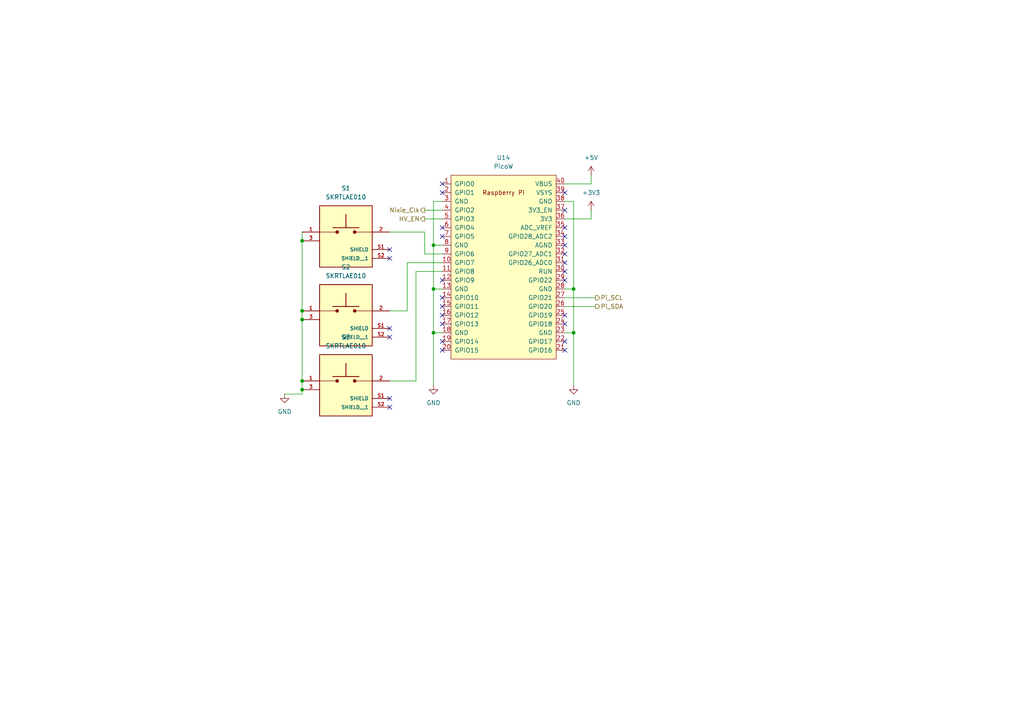
<source format=kicad_sch>
(kicad_sch (version 20250114) (generator "eeschema") (generator_version "9.0")
  (paper "A4")
  (lib_symbols
    (symbol "RPi_Pico:PicoW" (pin_names (offset 1.016))
      (property "Reference" "U14" (at 0 31.75 0))
      (property "Value" "PicoW" (at 0 29.21 0))
      (symbol "PicoW_0_0"
        (text "Raspberry Pi" (at 0 21.59 0) (effects (font (size 1.27 1.27))))
      )
      (symbol "PicoW_0_1"
        (rectangle (start -15.24 26.67) (end 15.24 -26.67) (fill (type background)))
      )
      (symbol "PicoW_1_1"
        (pin bidirectional line (at -17.78 24.13 0) (length 2.54) (name "GPIO0") (number "1"))
        (pin bidirectional line (at -17.78 21.59 0) (length 2.54) (name "GPIO1") (number "2"))
        (pin power_in line (at -17.78 19.05 0) (length 2.54) (name "GND") (number "3"))
        (pin bidirectional line (at -17.78 16.51 0) (length 2.54) (name "GPIO2") (number "4"))
        (pin bidirectional line (at -17.78 13.97 0) (length 2.54) (name "GPIO3") (number "5"))
        (pin bidirectional line (at -17.78 11.43 0) (length 2.54) (name "GPIO4") (number "6"))
        (pin bidirectional line (at -17.78 8.89 0) (length 2.54) (name "GPIO5") (number "7"))
        (pin power_in line (at -17.78 6.35 0) (length 2.54) (name "GND") (number "8"))
        (pin bidirectional line (at -17.78 3.81 0) (length 2.54) (name "GPIO6") (number "9"))
        (pin bidirectional line (at -17.78 1.27 0) (length 2.54) (name "GPIO7") (number "10"))
        (pin bidirectional line (at -17.78 -1.27 0) (length 2.54) (name "GPIO8") (number "11"))
        (pin bidirectional line (at -17.78 -3.81 0) (length 2.54) (name "GPIO9") (number "12"))
        (pin power_in line (at -17.78 -6.35 0) (length 2.54) (name "GND") (number "13"))
        (pin bidirectional line (at -17.78 -8.89 0) (length 2.54) (name "GPIO10") (number "14"))
        (pin bidirectional line (at -17.78 -11.43 0) (length 2.54) (name "GPIO11") (number "15"))
        (pin bidirectional line (at -17.78 -13.97 0) (length 2.54) (name "GPIO12") (number "16"))
        (pin bidirectional line (at -17.78 -16.51 0) (length 2.54) (name "GPIO13") (number "17"))
        (pin power_in line (at -17.78 -19.05 0) (length 2.54) (name "GND") (number "18"))
        (pin bidirectional line (at -17.78 -21.59 0) (length 2.54) (name "GPIO14") (number "19"))
        (pin bidirectional line (at -17.78 -24.13 0) (length 2.54) (name "GPIO15") (number "20"))
        (pin power_out line (at 17.78 24.13 180) (length 2.54) (name "VBUS") (number "40"))
        (pin unspecified line (at 17.78 21.59 180) (length 2.54) (name "VSYS") (number "39"))
        (pin power_out line (at 17.78 19.05 180) (length 2.54) (name "GND") (number "38"))
        (pin input line (at 17.78 16.51 180) (length 2.54) (name "3V3_EN") (number "37"))
        (pin unspecified line (at 17.78 13.97 180) (length 2.54) (name "3V3") (number "36"))
        (pin unspecified line (at 17.78 11.43 180) (length 2.54) (name "ADC_VREF") (number "35"))
        (pin bidirectional line (at 17.78 8.89 180) (length 2.54) (name "GPIO28_ADC2") (number "34"))
        (pin power_in line (at 17.78 6.35 180) (length 2.54) (name "AGND") (number "33"))
        (pin bidirectional line (at 17.78 3.81 180) (length 2.54) (name "GPIO27_ADC1") (number "32"))
        (pin bidirectional line (at 17.78 1.27 180) (length 2.54) (name "GPIO26_ADC0") (number "31"))
        (pin input line (at 17.78 -1.27 180) (length 2.54) (name "RUN") (number "30"))
        (pin bidirectional line (at 17.78 -3.81 180) (length 2.54) (name "GPIO22") (number "29"))
        (pin power_in line (at 17.78 -6.35 180) (length 2.54) (name "GND") (number "28"))
        (pin bidirectional line (at 17.78 -8.89 180) (length 2.54) (name "GPIO21") (number "27"))
        (pin bidirectional line (at 17.78 -11.43 180) (length 2.54) (name "GPIO20") (number "26"))
        (pin bidirectional line (at 17.78 -13.97 180) (length 2.54) (name "GPIO19") (number "25"))
        (pin bidirectional line (at 17.78 -16.51 180) (length 2.54) (name "GPIO18") (number "24"))
        (pin power_in line (at 17.78 -19.05 180) (length 2.54) (name "GND") (number "23"))
        (pin bidirectional line (at 17.78 -21.59 180) (length 2.54) (name "GPIO17") (number "22"))
        (pin bidirectional line (at 17.78 -24.13 180) (length 2.54) (name "GPIO16") (number "21"))
      )
    )
    (symbol "SKRTLAE010:SKRTLAE010" (pin_names (offset 1.016))
      (property "Reference" "S" (at -7.62 8.89 0))
      (property "Value" "SKRTLAE010" (at -7.62 -12.7 0))
      (symbol "SKRTLAE010_0_0"
        (polyline (pts (xy -7.62 0) (xy -2.54 0)) (stroke (width 0.1524)))
        (rectangle (start -7.62 -10.16) (end 7.62 7.62) (stroke (width 0.254)) (fill (type background)))
        (polyline (pts (xy -3.81 1.27) (xy 0 1.27)) (stroke (width 0.254)))
        (circle (center -2.54 0) (radius 0.254) (stroke (width 0.508)))
        (polyline (pts (xy 0 1.27) (xy 0 5.08)) (stroke (width 0.254)))
        (polyline (pts (xy 0 1.27) (xy 3.81 1.27)) (stroke (width 0.254)))
        (polyline (pts (xy 2.54 0) (xy 7.62 0)) (stroke (width 0.1524)))
        (circle (center 2.54 0) (radius 0.254) (stroke (width 0.508)))
        (pin passive line (at -12.7 0 0) (length 5.08) (name "~") (number "1"))
        (pin passive line (at -12.7 -2.54 0) (length 5.08) (name "~") (number "3"))
        (pin passive line (at 12.7 0 180) (length 5.08) (name "~") (number "2"))
        (pin passive line (at 12.7 -5.08 180) (length 5.08) (name "SHIELD") (number "S1"))
        (pin passive line (at 12.7 -7.62 180) (length 5.08) (name "SHIELD__1") (number "S2"))
      )
    )
    (symbol "power:+5V" (power) (pin_numbers (hide yes)) (pin_names (offset 0) (hide yes))
      (property "Value" "+5V" (at 0 3.556 0))
      (symbol "+5V_0_1"
        (polyline (pts (xy -0.762 1.27) (xy 0 2.54)))
        (polyline (pts (xy 0 2.54) (xy 0.762 1.27)))
        (polyline (pts (xy 0 0) (xy 0 2.54)))
      )
      (symbol "+5V_1_1"
        (pin power_in line (at 0 0 90) (length 0) (name "~") (number "1"))
      )
    )
    (symbol "power:GND" (power) (pin_numbers (hide yes)) (pin_names (offset 0) (hide yes))
      (property "Value" "GND" (at 0 -3.81 0))
      (symbol "GND_0_1"
        (polyline (pts (xy 0 0) (xy 0 -1.27) (xy 1.27 -1.27) (xy 0 -2.54) (xy -1.27 -1.27) (xy 0 -1.27)))
      )
      (symbol "GND_1_1"
        (pin power_in line (at 0 0 270) (length 0) (name "~") (number "1"))
      )
    )
  )
  (junction (at 87.63 90.17))
  (junction (at 87.63 92.71))
  (junction (at 166.37 96.52))
  (junction (at 87.63 113.03))
  (junction (at 87.63 69.85))
  (junction (at 125.73 83.82))
  (junction (at 87.63 110.49))
  (junction (at 125.73 96.52))
  (junction (at 125.73 71.12))
  (junction (at 166.37 83.82))
  (no_connect (at 113.03 74.93))
  (no_connect (at 163.83 81.28))
  (no_connect (at 163.83 78.74))
  (no_connect (at 128.27 53.34))
  (no_connect (at 163.83 93.98))
  (no_connect (at 128.27 86.36))
  (no_connect (at 128.27 55.88))
  (no_connect (at 163.83 91.44))
  (no_connect (at 128.27 93.98))
  (no_connect (at 163.83 73.66))
  (no_connect (at 163.83 55.88))
  (no_connect (at 113.03 118.11))
  (no_connect (at 128.27 91.44))
  (no_connect (at 128.27 101.6))
  (no_connect (at 163.83 68.58))
  (no_connect (at 163.83 76.2))
  (no_connect (at 163.83 99.06))
  (no_connect (at 163.83 101.6))
  (no_connect (at 128.27 68.58))
  (no_connect (at 113.03 115.57))
  (no_connect (at 163.83 71.12))
  (no_connect (at 113.03 97.79))
  (no_connect (at 128.27 99.06))
  (no_connect (at 128.27 88.9))
  (no_connect (at 128.27 66.04))
  (no_connect (at 113.03 72.39))
  (no_connect (at 128.27 81.28))
  (no_connect (at 163.83 60.96))
  (no_connect (at 113.03 95.25))
  (no_connect (at 163.83 66.04))
  (wire (pts (xy 163.83 88.9) (xy 172.72 88.9)))
  (wire (pts (xy 123.19 73.66) (xy 123.19 67.31)))
  (wire (pts (xy 171.45 63.5) (xy 171.45 60.96)))
  (wire (pts (xy 166.37 83.82) (xy 166.37 96.52)))
  (wire (pts (xy 125.73 83.82) (xy 125.73 96.52)))
  (wire (pts (xy 163.83 96.52) (xy 166.37 96.52)))
  (wire (pts (xy 87.63 90.17) (xy 87.63 92.71)))
  (wire (pts (xy 125.73 58.42) (xy 125.73 71.12)))
  (wire (pts (xy 120.65 110.49) (xy 113.03 110.49)))
  (wire (pts (xy 123.19 60.96) (xy 128.27 60.96)))
  (wire (pts (xy 128.27 76.2) (xy 118.11 76.2)))
  (wire (pts (xy 128.27 73.66) (xy 123.19 73.66)))
  (wire (pts (xy 125.73 96.52) (xy 128.27 96.52)))
  (wire (pts (xy 87.63 69.85) (xy 87.63 90.17)))
  (wire (pts (xy 123.19 63.5) (xy 128.27 63.5)))
  (wire (pts (xy 171.45 50.8) (xy 171.45 53.34)))
  (wire (pts (xy 87.63 92.71) (xy 87.63 110.49)))
  (wire (pts (xy 166.37 58.42) (xy 166.37 83.82)))
  (wire (pts (xy 125.73 83.82) (xy 128.27 83.82)))
  (wire (pts (xy 128.27 58.42) (xy 125.73 58.42)))
  (wire (pts (xy 125.73 71.12) (xy 128.27 71.12)))
  (wire (pts (xy 118.11 76.2) (xy 118.11 90.17)))
  (wire (pts (xy 163.83 58.42) (xy 166.37 58.42)))
  (wire (pts (xy 166.37 96.52) (xy 166.37 111.76)))
  (wire (pts (xy 123.19 67.31) (xy 113.03 67.31)))
  (wire (pts (xy 171.45 53.34) (xy 163.83 53.34)))
  (wire (pts (xy 120.65 78.74) (xy 120.65 110.49)))
  (wire (pts (xy 87.63 110.49) (xy 87.63 113.03)))
  (wire (pts (xy 87.63 114.3) (xy 87.63 113.03)))
  (wire (pts (xy 163.83 86.36) (xy 172.72 86.36)))
  (wire (pts (xy 128.27 78.74) (xy 120.65 78.74)))
  (wire (pts (xy 82.55 114.3) (xy 87.63 114.3)))
  (wire (pts (xy 125.73 71.12) (xy 125.73 83.82)))
  (wire (pts (xy 163.83 63.5) (xy 171.45 63.5)))
  (wire (pts (xy 87.63 67.31) (xy 87.63 69.85)))
  (wire (pts (xy 125.73 96.52) (xy 125.73 111.76)))
  (wire (pts (xy 118.11 90.17) (xy 113.03 90.17)))
  (wire (pts (xy 163.83 83.82) (xy 166.37 83.82)))
  (hierarchical_label "HV_EN" (shape output) (at 123.19 63.5 180))
  (hierarchical_label "Nixie_Clk" (shape output) (at 123.19 60.96 180))
  (hierarchical_label "Pi_SDA" (shape output) (at 172.72 88.9 0))
  (hierarchical_label "Pi_SCL" (shape output) (at 172.72 86.36 0))
  (symbol (lib_id "SKRTLAE010:SKRTLAE010") (at 100.33 67.31 0) (unit 1)
    (property "Reference" "S1" (at 100.33 54.61 0))
    (property "Value" "SKRTLAE010" (at 100.33 57.15 0))
    (property "Footprint" "SKRTLAE010:SW_SKRTLAE010" (effects (hide yes)))
    (property "PARTREV" "--" (effects (hide yes)))
    (property "SNAPEDA_PN" "SKRTLAE010" (effects (hide yes)))
    (property "STANDARD" "Manufacturer Recommendations" (effects (hide yes)))
    (property "MAXIMUM_PACKAGE_HEIGHT" "3.3 mm" (effects (hide yes)))
    (property "MANUFACTURER" "Alpsalpine" (effects (hide yes)))
    (property "LCSC Part #" "C110293" (effects (hide yes)))
  )
  (symbol (lib_id "power:GND") (at 82.55 114.3 0) (unit 1)
    (property "Reference" "#PWR0108" (effects (hide yes)))
    (property "Value" "GND" (at 82.55 119.38 0))
    (property "Description" "Power symbol creates a global label with name \"GND\" , ground" (effects (hide yes)))
  )
  (symbol (lib_id "power:+5V") (at 171.45 50.8 0) (unit 1)
    (property "Reference" "#PWR090" (effects (hide yes)))
    (property "Value" "+5V" (at 171.45 45.72 0))
    (property "Description" "Power symbol creates a global label with name \"+5V\"" (effects (hide yes)))
  )
  (symbol (lib_id "RPi_Pico:PicoW") (at 146.05 77.47 0) (unit 1) (in_bom no)
    (property "Reference" "U14" (at 146.05 45.72 0))
    (property "Value" "PicoW" (at 146.05 48.26 0))
    (property "Footprint" "RPi_Pico:RPi_PicoW_SMD" (effects (hide yes)))
    (property "LCSC Part #" "C7203003" (effects (hide yes)))
  )
  (symbol (lib_id "SKRTLAE010:SKRTLAE010") (at 100.33 110.49 0) (unit 1)
    (property "Reference" "S3" (at 100.33 97.79 0))
    (property "Value" "SKRTLAE010" (at 100.33 100.33 0))
    (property "Footprint" "SKRTLAE010:SW_SKRTLAE010" (effects (hide yes)))
    (property "PARTREV" "--" (effects (hide yes)))
    (property "SNAPEDA_PN" "SKRTLAE010" (effects (hide yes)))
    (property "STANDARD" "Manufacturer Recommendations" (effects (hide yes)))
    (property "MAXIMUM_PACKAGE_HEIGHT" "3.3 mm" (effects (hide yes)))
    (property "MANUFACTURER" "Alpsalpine" (effects (hide yes)))
    (property "LCSC Part #" "C110293" (effects (hide yes)))
  )
  (symbol (lib_id "power:+5V") (at 171.45 60.96 0) (unit 1)
    (property "Reference" "#PWR0107" (effects (hide yes)))
    (property "Value" "+3V3" (at 171.45 55.88 0))
    (property "Description" "Power symbol creates a global label with name \"+5V\"" (effects (hide yes)))
  )
  (symbol (lib_id "power:GND") (at 125.73 111.76 0) (unit 1)
    (property "Reference" "#PWR089" (effects (hide yes)))
    (property "Value" "GND" (at 125.73 116.84 0))
    (property "Description" "Power symbol creates a global label with name \"GND\" , ground" (effects (hide yes)))
  )
  (symbol (lib_id "SKRTLAE010:SKRTLAE010") (at 100.33 90.17 0) (unit 1)
    (property "Reference" "S2" (at 100.33 77.47 0))
    (property "Value" "SKRTLAE010" (at 100.33 80.01 0))
    (property "Footprint" "SKRTLAE010:SW_SKRTLAE010" (effects (hide yes)))
    (property "PARTREV" "--" (effects (hide yes)))
    (property "SNAPEDA_PN" "SKRTLAE010" (effects (hide yes)))
    (property "STANDARD" "Manufacturer Recommendations" (effects (hide yes)))
    (property "MAXIMUM_PACKAGE_HEIGHT" "3.3 mm" (effects (hide yes)))
    (property "MANUFACTURER" "Alpsalpine" (effects (hide yes)))
    (property "LCSC Part #" "C110293" (effects (hide yes)))
  )
  (symbol (lib_id "power:GND") (at 166.37 111.76 0) (unit 1)
    (property "Reference" "#PWR017" (effects (hide yes)))
    (property "Value" "GND" (at 166.37 116.84 0))
    (property "Description" "Power symbol creates a global label with name \"GND\" , ground" (effects (hide yes)))
  )
)
</source>
